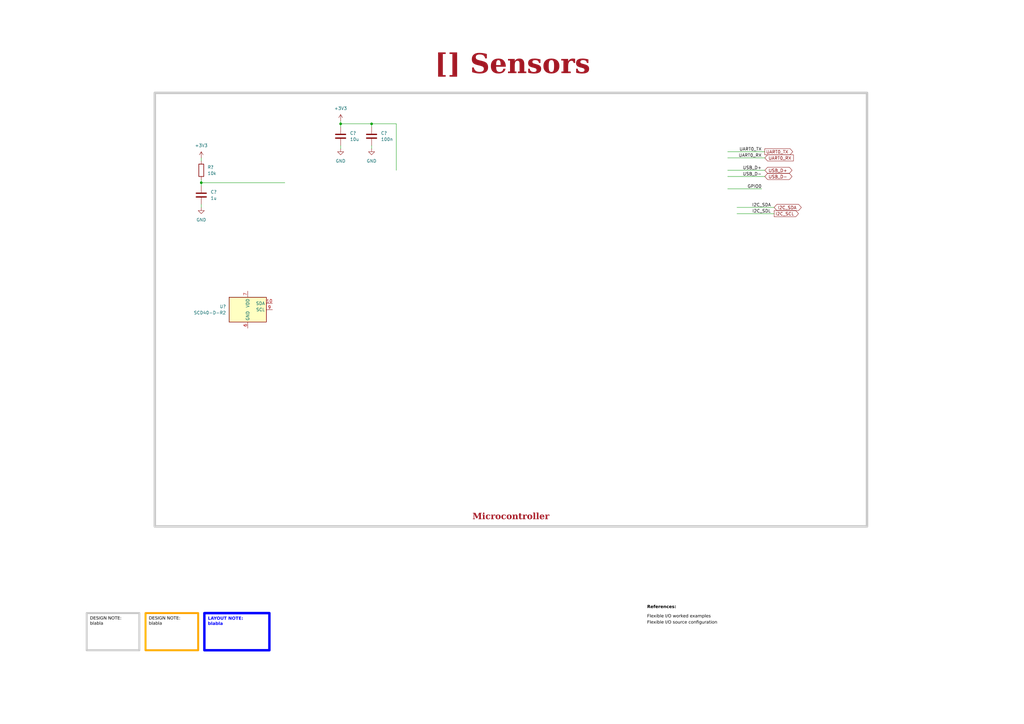
<source format=kicad_sch>
(kicad_sch (version 20231120) (generator "eeschema") (generator_version "8.0")
  (paper "A3")
  (title_block (title "Sensors") (date "Last Modified Date") (rev "${REVISION}") (company "${COMPANY}"))
  (lib_symbols
    (symbol "+3V3_1" (power) (pin_numbers hide) (pin_names (offset 0) hide)
      (property "Value" "+3V3" (at 0 3.556 0))
      (symbol "+3V3_1_0_1"
        (polyline (pts (xy -0.762 1.27) (xy 0 2.54)))
        (polyline (pts (xy 0 0) (xy 0 2.54)))
        (polyline (pts (xy 0 2.54) (xy 0.762 1.27)))
      )
      (symbol "+3V3_1_1_1"
        (pin power_in line (at 0 0 90) (length 0) (name "~") (number "1"))
      )
    )
    (symbol "Device:C" (pin_numbers hide) (pin_names (offset 0.254))
      (property "Reference" "C" (at 0.635 2.54 0))
      (property "Value" "C" (at 0.635 -2.54 0))
      (symbol "C_0_1"
        (polyline (pts (xy -2.032 -0.762) (xy 2.032 -0.762)) (stroke (width 0.508)))
        (polyline (pts (xy -2.032 0.762) (xy 2.032 0.762)) (stroke (width 0.508)))
      )
      (symbol "C_1_1"
        (pin passive line (at 0 3.81 270) (length 2.794) (name "~") (number "1"))
        (pin passive line (at 0 -3.81 90) (length 2.794) (name "~") (number "2"))
      )
    )
    (symbol "Device:R" (pin_numbers hide) (pin_names (offset 0))
      (property "Reference" "R" (at 2.032 0 90))
      (property "Value" "R" (at 0 0 90))
      (symbol "R_0_1"
        (rectangle (start -1.016 -2.54) (end 1.016 2.54) (stroke (width 0.254)))
      )
      (symbol "R_1_1"
        (pin passive line (at 0 3.81 270) (length 1.27) (name "~") (number "1"))
        (pin passive line (at 0 -3.81 90) (length 1.27) (name "~") (number "2"))
      )
    )
    (symbol "Sensor_Gas:SCD40-D-R2"
      (property "Reference" "U" (at -7.62 6.35 0))
      (property "Value" "SCD40-D-R2" (at 6.985 6.35 0))
      (symbol "SCD40-D-R2_0_1"
        (rectangle (start 7.62 5.08) (end -7.62 -5.08) (stroke (width 0.254)) (fill (type background)))
      )
      (symbol "SCD40-D-R2_1_1"
        (pin bidirectional line (at 10.16 2.54 180) (length 2.54) (name "SDA") (number "10"))
        (pin passive line (at 0 7.62 270) (length 2.54) hide (name "VDD") (number "19"))
        (pin passive line (at 0 -7.62 90) (length 2.54) hide (name "GND") (number "20"))
        (pin passive line (at 0 -7.62 90) (length 2.54) hide (name "GND") (number "21"))
        (pin power_in line (at 0 -7.62 90) (length 2.54) (name "GND") (number "6"))
        (pin power_in line (at 0 7.62 270) (length 2.54) (name "VDD") (number "7"))
        (pin input line (at 10.16 0 180) (length 2.54) (name "SCL") (number "9"))
      )
    )
    (symbol "power:GND" (power) (pin_names (offset 0))
      (property "Value" "GND" (at 0 -3.81 0))
      (symbol "GND_0_1"
        (polyline (pts (xy 0 0) (xy 0 -1.27) (xy 1.27 -1.27) (xy 0 -2.54) (xy -1.27 -1.27) (xy 0 -1.27)))
      )
      (symbol "GND_1_1"
        (pin power_in line (at 0 0 270) (length 0) hide (name "GND") (number "1"))
      )
    )
  )
  (junction (at 139.7 50.8))
  (junction (at 82.55 74.93))
  (junction (at 152.4 50.8))
  (wire (pts (xy 302.26 87.63) (xy 317.5 87.63)))
  (wire (pts (xy 82.55 64.77) (xy 82.55 66.04)))
  (wire (pts (xy 298.45 62.23) (xy 313.69 62.23)))
  (wire (pts (xy 82.55 74.93) (xy 82.55 76.2)))
  (wire (pts (xy 298.45 72.39) (xy 313.69 72.39)))
  (wire (pts (xy 152.4 60.96) (xy 152.4 59.69)))
  (wire (pts (xy 298.45 69.85) (xy 313.69 69.85)))
  (wire (pts (xy 139.7 49.53) (xy 139.7 50.8)))
  (wire (pts (xy 82.55 73.66) (xy 82.55 74.93)))
  (wire (pts (xy 152.4 50.8) (xy 139.7 50.8)))
  (wire (pts (xy 82.55 85.09) (xy 82.55 83.82)))
  (wire (pts (xy 162.56 50.8) (xy 152.4 50.8)))
  (wire (pts (xy 139.7 50.8) (xy 139.7 52.07)))
  (wire (pts (xy 298.45 64.77) (xy 313.69 64.77)))
  (wire (pts (xy 298.45 77.47) (xy 312.42 77.47)))
  (wire (pts (xy 162.56 69.85) (xy 162.56 50.8)))
  (wire (pts (xy 82.55 74.93) (xy 116.84 74.93)))
  (wire (pts (xy 152.4 52.07) (xy 152.4 50.8)))
  (wire (pts (xy 302.26 85.09) (xy 317.5 85.09)))
  (wire (pts (xy 139.7 60.96) (xy 139.7 59.69)))
  (rectangle (start 63.5 38.1) (end 355.6 215.9) (stroke (width 1) (color 200 200 200 1)))
  (text_box "[${#}] ${TITLE}" (at 110.49 20.32 0) (size 199.39 12.7) (stroke (width -0.0001)) (effects (font (size 8 8) (thickness 1.2) (bold yes))))
  (text_box "DESIGN NOTE:\nblabla" (at 59.69 251.46 0) (size 21.59 15.24) (stroke (width 0.8) (color 255 165 0 1)) (effects (font (size 1.27 1.27)) (justify left top)))
  (text_box "LAYOUT NOTE:\nblabla" (at 83.82 251.46 0) (size 26.67 15.24) (stroke (width 1) (color 0 0 255 1)) (effects (font (size 1.27 1.27) (thickness 0.4) (bold yes)) (justify left top)))
  (text_box "Microcontroller" (at 63.5 205.74 0) (size 292.1 9.525) (stroke (width -0.0001)) (effects (font (size 2.54 2.54) (thickness 0.508) (bold yes)) (justify bottom)))
  (text_box "DESIGN NOTE:\nblabla" (at 35.56 251.46 0) (size 21.59 15.24) (stroke (width 0.8) (color 200 200 200 1)) (effects (font (size 1.27 1.27)) (justify left top)))
  (text "Flexible I/O worked examples" (at 265.43 254 0) (effects (font (size 1.27 1.27)) (justify left bottom)))
  (text "References:" (at 265.43 250.19 0) (effects (font (size 1.27 1.27) (thickness 0.254) (bold yes)) (justify left bottom)))
  (text "Flexible I/O source configuration" (at 265.43 256.54 0) (effects (font (size 1.27 1.27)) (justify left bottom)))
  (label "UART0_RX" (at 312.42 64.77 180))
  (label "GPIO0" (at 312.42 77.47 180))
  (label "I2C_SDL" (at 316.23 87.63 180))
  (label "USB_D+" (at 312.42 69.85 180))
  (label "I2C_SDA" (at 316.23 85.09 180))
  (label "USB_D-" (at 312.42 72.39 180))
  (label "UART0_TX" (at 312.42 62.23 180))
  (global_label "I2C_SCL" (shape output) (at 317.5 87.63 0) (property "Intersheetrefs" "${INTERSHEET_REFS}" (effects (hide yes))))
  (global_label "UART0_TX" (shape output) (at 313.69 62.23 0) (property "Intersheetrefs" "${INTERSHEET_REFS}" (effects (hide yes))))
  (global_label "USB_D+" (shape bidirectional) (at 313.69 69.85 0) (property "Intersheetrefs" "${INTERSHEET_REFS}" (effects (hide yes))))
  (global_label "USB_D-" (shape bidirectional) (at 313.69 72.39 0) (property "Intersheetrefs" "${INTERSHEET_REFS}" (effects (hide yes))))
  (global_label "UART0_RX" (shape input) (at 313.69 64.77 0) (property "Intersheetrefs" "${INTERSHEET_REFS}" (effects (hide yes))))
  (global_label "I2C_SDA" (shape bidirectional) (at 317.5 85.09 0) (property "Intersheetrefs" "${INTERSHEET_REFS}" (effects (hide yes))))
  (symbol (lib_id "Device:C") (at 139.7 55.88 0) (unit 1)
    (property "Reference" "C?" (at 143.51 54.61 0) (effects (justify left)))
    (property "Value" "10u" (at 143.51 57.15 0) (effects (justify left)))
    (property "Footprint" "Capacitor_SMD:C_0805_2012Metric" (effects (hide yes)))
  )
  (symbol (lib_id "Device:C") (at 82.55 80.01 0) (unit 1)
    (property "Reference" "C?" (at 86.36 78.74 0) (effects (justify left)))
    (property "Value" "1u" (at 86.36 81.28 0) (effects (justify left)))
    (property "Footprint" "Capacitor_SMD:C_0805_2012Metric" (effects (hide yes)))
  )
  (symbol (lib_id "Device:C") (at 152.4 55.88 0) (unit 1)
    (property "Reference" "C?" (at 156.21 54.61 0) (effects (justify left)))
    (property "Value" "100n" (at 156.21 57.15 0) (effects (justify left)))
    (property "Footprint" "Capacitor_SMD:C_0603_1608Metric" (effects (hide yes)))
  )
  (symbol (lib_id "power:GND") (at 139.7 60.96 0) (unit 1)
    (property "Reference" "#PWR032" (effects (hide yes)))
    (property "Value" "GND" (at 139.7 66.04 0))
  )
  (symbol (lib_id "power:GND") (at 152.4 60.96 0) (unit 1)
    (property "Reference" "#PWR033" (effects (hide yes)))
    (property "Value" "GND" (at 152.4 66.04 0))
  )
  (symbol (lib_id "Sensor_Gas:SCD40-D-R2") (at 101.6 127 0) (unit 1)
    (property "Reference" "U?" (at 92.71 125.7299 0) (effects (justify right)))
    (property "Value" "SCD40-D-R2" (at 92.71 128.2699 0) (effects (justify right)))
    (property "Footprint" "Sensor:Sensirion_SCD4x-1EP_10.1x10.1mm_P1.25mm_EP4.8x4.8mm" (effects (hide yes)))
    (property "Datasheet" "https://sensirion.com/media/documents/E0F04247/631EF271/CD_DS_SCD40_SCD41_Datasheet_D1.pdf" (effects (hide yes)))
    (property "Description" "Photoacoustic CO2 sensor, 40 000 ppm, I2C, 2.4-5.5 V, Base accuracy  400 - 2000 ppm" (effects (hide yes)))
  )
  (symbol (lib_name "+3V3_1") (lib_id "power:+3V3") (at 82.55 64.77 0) (unit 1)
    (property "Reference" "#PWR029" (effects (hide yes)))
    (property "Value" "+3V3" (at 82.55 59.69 0))
    (property "Description" "Power symbol creates a global label with name \"+3V3\"" (effects (hide yes)))
  )
  (symbol (lib_id "power:GND") (at 82.55 85.09 0) (unit 1)
    (property "Reference" "#PWR030" (effects (hide yes)))
    (property "Value" "GND" (at 82.55 90.17 0))
  )
  (symbol (lib_name "+3V3_1") (lib_id "power:+3V3") (at 139.7 49.53 0) (unit 1)
    (property "Reference" "#PWR031" (effects (hide yes)))
    (property "Value" "+3V3" (at 139.7 44.45 0))
    (property "Description" "Power symbol creates a global label with name \"+3V3\"" (effects (hide yes)))
  )
  (symbol (lib_id "Device:R") (at 82.55 69.85 0) (unit 1)
    (property "Reference" "R?" (at 85.09 68.58 0) (effects (justify left)))
    (property "Value" "10k" (at 85.09 71.12 0) (effects (justify left)))
    (property "Footprint" "Resistor_SMD:R_0603_1608Metric" (effects (hide yes)))
  )
)
</source>
